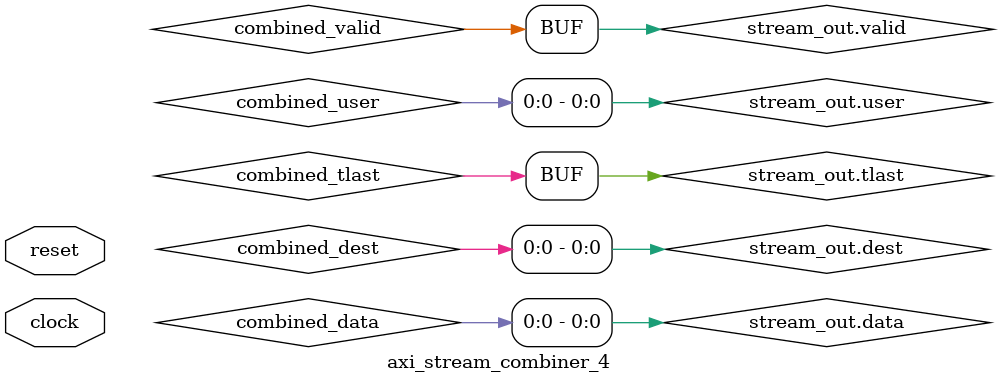
<source format=sv>

`timescale 10ns / 1ns
`include "interfaces.svh"

module axi_stream_combiner_4 #(parameter INPUT_DATA_WIDTH = 16, OUTPUT_DATA_WIDTH = 32, DEST_WIDTH = 8, USER_WIDTH = 8, TLAST_PERIOD = 1024, MSB_DEST_SUPPORT = "TRUE")(
    input wire clock,
    input wire reset,
    axi_stream.slave stream_in_1,
    axi_stream.slave stream_in_2,
    axi_stream.slave stream_in_3,
    axi_stream.slave stream_in_4,
    axi_stream.master stream_out
);

    reg [INPUT_DATA_WIDTH-1:0] combined_data;
    reg [DEST_WIDTH-1:0] combined_dest;
    reg [USER_WIDTH-1:0] combined_user;
    reg combined_valid;
    wire combined_tlast;

    generate
        assign stream_out.tlast = combined_tlast;
        assign stream_out.user = combined_user;
        assign stream_out.valid = combined_valid;
        assign stream_out.dest = combined_dest;
        if(MSB_DEST_SUPPORT == "TRUE")begin
            assign stream_out.data = {combined_dest, {(OUTPUT_DATA_WIDTH-INPUT_DATA_WIDTH-8){combined_data[INPUT_DATA_WIDTH-1]} }, combined_data};
        end else begin
            assign stream_out.data = {{(OUTPUT_DATA_WIDTH-INPUT_DATA_WIDTH){combined_data[INPUT_DATA_WIDTH-1]}},combined_data};
        end  
    endgenerate



    ///////////////STREAM COMBINATION SECTION///////////////

    reg int_stream_1_ready, int_stream_2_ready, int_stream_3_ready, int_stream_4_ready;

    assign stream_in_1.ready = int_stream_1_ready & stream_out.ready;
    assign stream_in_2.ready = int_stream_2_ready & stream_out.ready;
    assign stream_in_3.ready = int_stream_3_ready & stream_out.ready;
    assign stream_in_4.ready = int_stream_4_ready & stream_out.ready; 

    always@(posedge clock)begin
        if(~reset)begin
            int_stream_1_ready <= 0;
            int_stream_2_ready <= 0;
            int_stream_3_ready <= 0;
            int_stream_4_ready <= 0; 
            combined_dest <= 0;
            combined_user <= 0;
            combined_valid <= 0;
            combined_data <= 0;
        end else begin

            if(stream_in_1.valid & stream_out.ready)begin
                int_stream_2_ready <= 0;
                int_stream_3_ready <= 0;
                int_stream_4_ready <= 0; 
                combined_user <= stream_in_1.user;            
                combined_dest <= stream_in_1.dest;
                combined_data <= stream_in_1.data;
                combined_valid <=1;

            end else if(stream_in_2.valid & stream_out.ready)begin
                int_stream_1_ready <= 0;
                int_stream_3_ready <= 0;
                int_stream_4_ready <= 0; 
                combined_user <= stream_in_2.user;            
                combined_dest <= stream_in_2.dest;
                combined_data <= stream_in_2.data;
                combined_valid <=1;

            end else if(stream_in_3.valid & stream_out.ready)begin
                int_stream_1_ready <= 0;
                int_stream_2_ready <= 0;
                int_stream_4_ready <= 0; 
                combined_user <= stream_in_3.user;            
                combined_dest <= stream_in_3.dest;
                combined_data <= stream_in_3.data;
                combined_valid <=1;

            end else if(stream_in_4.valid & stream_out.ready)begin
                int_stream_1_ready <= 0;
                int_stream_2_ready <= 0;
                int_stream_3_ready <= 0; 
                combined_user <= stream_in_4.user;            
                combined_dest <= stream_in_4.dest;
                combined_data <= stream_in_4.data;
                combined_valid <=1;

            end else begin
                combined_valid <= 0;
                int_stream_1_ready <= 1;
                int_stream_2_ready <= 1;
                int_stream_3_ready <= 1;
                int_stream_4_ready <= 1; 
            end
        end
    end



    ///////////////TLAST GENERATION SECTION///////////////

    reg [15:0] tlast_counter_1;
    reg [15:0] tlast_counter_2;
    reg [15:0] tlast_counter_3;
    reg [15:0] tlast_counter_4; 

    reg stream_1_prev_val, stream_2_prev_val, stream_3_prev_val, stream_4_prev_val;
    reg int_tlast_1, int_tlast_2, int_tlast_3, int_tlast_4;

    assign combined_tlast = int_tlast_1 | int_tlast_2 | int_tlast_3 | int_tlast_4;

    always@(posedge clock)begin
        if(~reset)begin
            tlast_counter_1 <= 0;
            stream_1_prev_val <= 0;
            int_tlast_1 <= 0;
        
            tlast_counter_2 <= 0;
            stream_2_prev_val <= 0;
            int_tlast_2 <= 0;
        
            tlast_counter_3 <= 0;
            stream_3_prev_val <= 0;
            int_tlast_3 <= 0;
        
            tlast_counter_4 <= 0;
            stream_4_prev_val <= 0;
            int_tlast_4 <= 0;
         
        end else begin
            if(stream_in_1.valid & ~stream_1_prev_val)begin
                    if(tlast_counter_1==TLAST_PERIOD-1)begin
                        tlast_counter_1 <= 0;
                        int_tlast_1 <= 1;
                    end else begin
                        tlast_counter_1 <= tlast_counter_1+1;
                    end

                end else if(stream_in_2.valid & ~stream_2_prev_val)begin
                    if(tlast_counter_2==TLAST_PERIOD-1)begin
                        tlast_counter_2 <= 0;
                        int_tlast_2 <= 1;
                    end else begin
                        tlast_counter_2 <= tlast_counter_2+1;
                    end

                end else if(stream_in_3.valid & ~stream_3_prev_val)begin
                    if(tlast_counter_3==TLAST_PERIOD-1)begin
                        tlast_counter_3 <= 0;
                        int_tlast_3 <= 1;
                    end else begin
                        tlast_counter_3 <= tlast_counter_3+1;
                    end

                end else if(stream_in_4.valid & ~stream_4_prev_val)begin
                    if(tlast_counter_4==TLAST_PERIOD-1)begin
                        tlast_counter_4 <= 0;
                        int_tlast_4 <= 1;
                    end else begin
                        tlast_counter_4 <= tlast_counter_4+1;
                    end

                end else begin
                    int_tlast_1 <= 0;
                    int_tlast_2 <= 0;
                    int_tlast_3 <= 0;
                    int_tlast_4 <= 0; 
                end    
        end
        stream_1_prev_val <= stream_in_1.valid;
        stream_2_prev_val <= stream_in_2.valid;
        stream_3_prev_val <= stream_in_3.valid;
        stream_4_prev_val <= stream_in_4.valid; 
    end
endmodule
</source>
